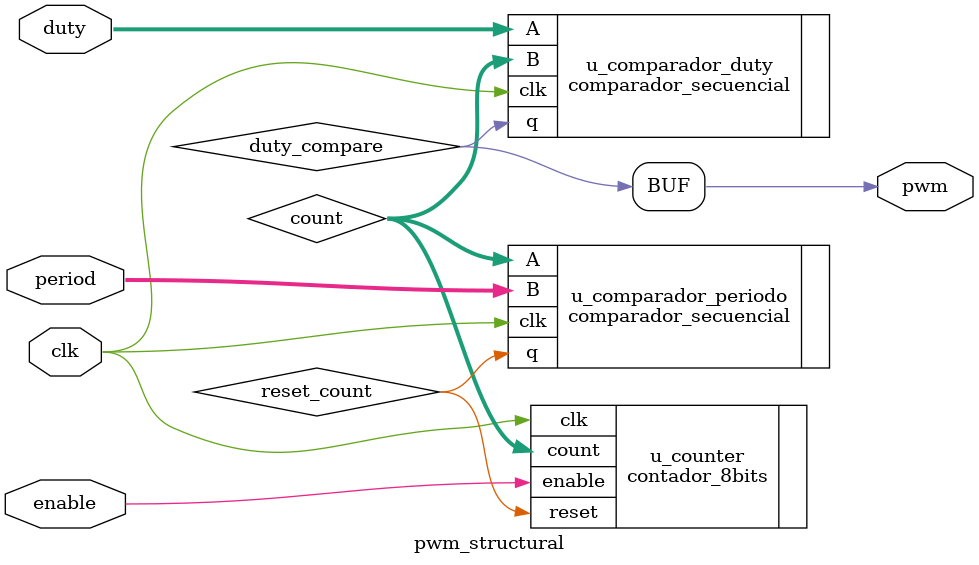
<source format=v>
`include "comparador_secuencial.v"
`include "contador_8bits.v"

module pwm_structural (
    input wire clk,             // Señal de reloj
    input wire [7:0] period,    // Periodo del PWM
    input wire [7:0] duty,      // Ciclo de trabajo
    input wire enable,          // Habilitación del contador
    output wire pwm             // Salida PWM
);

    // Señales internas
    wire [7:0] count;       // Salida del contador
    wire reset_count;       // Señal de reset generada por el comparador
    wire duty_compare;      // Señal que indica si el contador es menor que el duty

    // Instancia del contador de 8 bits
    contador_8bits u_counter (
        .enable(enable),
        .clk(clk),
        .reset(reset_count),
        .count(count)
    );

    // Instancia del comparador secuencial para comparar contador con periodo
    comparador_secuencial u_comparador_periodo (
        .A(count),
        .B(period),
        .clk(clk),
        .q(reset_count)  // Usamos la salida del comparador como señal de reset para el contador
    );

    // Instancia del comparador secuencial para comparar contador con duty
    comparador_secuencial u_comparador_duty (
        .A(duty),
        .B(count),
        .clk(clk),
        .q(duty_compare)  // Comparar el contador con el duty cycle para generar la salida PWM
    );

    // La salida PWM es alta cuando el contador es menor que el duty
    assign pwm = duty_compare;

endmodule

</source>
